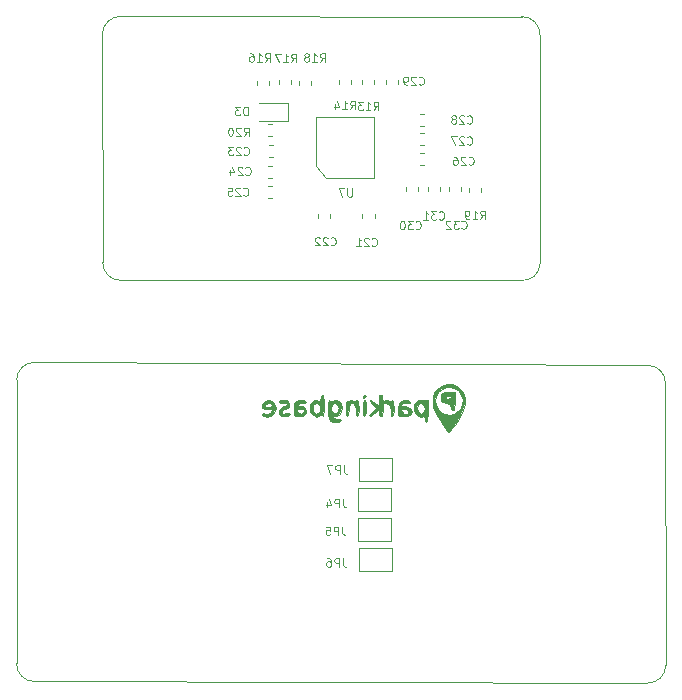
<source format=gbr>
%TF.GenerationSoftware,KiCad,Pcbnew,5.1.5+dfsg1-2build2*%
%TF.CreationDate,2021-04-08T10:41:37-07:00*%
%TF.ProjectId,spl_prototype,73706c5f-7072-46f7-946f-747970652e6b,rev?*%
%TF.SameCoordinates,Original*%
%TF.FileFunction,Legend,Bot*%
%TF.FilePolarity,Positive*%
%FSLAX46Y46*%
G04 Gerber Fmt 4.6, Leading zero omitted, Abs format (unit mm)*
G04 Created by KiCad (PCBNEW 5.1.5+dfsg1-2build2) date 2021-04-08 10:41:37*
%MOMM*%
%LPD*%
G04 APERTURE LIST*
%TA.AperFunction,Profile*%
%ADD10C,0.050000*%
%TD*%
%ADD11C,0.010000*%
%ADD12C,0.120000*%
%ADD13C,0.100000*%
G04 APERTURE END LIST*
D10*
X97000000Y-44759201D02*
X96960034Y-25501071D01*
X132420000Y-46300000D02*
X98500649Y-46300000D01*
X134030000Y-25590649D02*
X134027699Y-44839584D01*
X98560000Y-23940799D02*
X132469351Y-23960000D01*
X132468914Y-23957945D02*
G75*
G02X134030000Y-25590649I11087J-1552056D01*
G01*
X134027699Y-44839584D02*
G75*
G02X132420000Y-46300000I-1457700J-10417D01*
G01*
X98500649Y-46300000D02*
G75*
G02X97000000Y-44759201I-10650J1490800D01*
G01*
X96960034Y-25501071D02*
G75*
G02X98560000Y-23940799I1549967J11072D01*
G01*
X89700000Y-78720000D02*
X89709201Y-54740649D01*
X143120000Y-80390000D02*
X91200649Y-80260799D01*
X144640000Y-55030000D02*
X144660799Y-78889351D01*
X91250000Y-53240000D02*
X143140000Y-53490000D01*
X144660799Y-78889351D02*
G75*
G02X143120000Y-80390000I-1490800J-10650D01*
G01*
X91200649Y-80260799D02*
G75*
G02X89700000Y-78720000I-10650J1490800D01*
G01*
X143139351Y-53489201D02*
G75*
G02X144640000Y-55030000I10650J-1490800D01*
G01*
X89709201Y-54740649D02*
G75*
G02X91250000Y-53240000I1490800J10650D01*
G01*
D11*
%TO.C,G\002A\002A\002A*%
G36*
X125959707Y-55764897D02*
G01*
X125728477Y-55877568D01*
X125618779Y-56079982D01*
X125604000Y-56233680D01*
X125654961Y-56471875D01*
X125823125Y-56625917D01*
X126131411Y-56716294D01*
X126146778Y-56718842D01*
X126350940Y-56769568D01*
X126435574Y-56862582D01*
X126450666Y-57011078D01*
X126480044Y-57191987D01*
X126587604Y-57252625D01*
X126620000Y-57254000D01*
X126700452Y-57241267D01*
X126750444Y-57181584D01*
X126777137Y-57042720D01*
X126787693Y-56792447D01*
X126789333Y-56492000D01*
X126789333Y-56190043D01*
X126450666Y-56190043D01*
X126384959Y-56292174D01*
X126189611Y-56322667D01*
X126000284Y-56294020D01*
X125963307Y-56216833D01*
X126059170Y-56122102D01*
X126219899Y-56081774D01*
X126374028Y-56099778D01*
X126450091Y-56180041D01*
X126450666Y-56190043D01*
X126789333Y-56190043D01*
X126789333Y-55730000D01*
X126329714Y-55730000D01*
X125959707Y-55764897D01*
G37*
X125959707Y-55764897D02*
X125728477Y-55877568D01*
X125618779Y-56079982D01*
X125604000Y-56233680D01*
X125654961Y-56471875D01*
X125823125Y-56625917D01*
X126131411Y-56716294D01*
X126146778Y-56718842D01*
X126350940Y-56769568D01*
X126435574Y-56862582D01*
X126450666Y-57011078D01*
X126480044Y-57191987D01*
X126587604Y-57252625D01*
X126620000Y-57254000D01*
X126700452Y-57241267D01*
X126750444Y-57181584D01*
X126777137Y-57042720D01*
X126787693Y-56792447D01*
X126789333Y-56492000D01*
X126789333Y-56190043D01*
X126450666Y-56190043D01*
X126384959Y-56292174D01*
X126189611Y-56322667D01*
X126000284Y-56294020D01*
X125963307Y-56216833D01*
X126059170Y-56122102D01*
X126219899Y-56081774D01*
X126374028Y-56099778D01*
X126450091Y-56180041D01*
X126450666Y-56190043D01*
X126789333Y-56190043D01*
X126789333Y-55730000D01*
X126329714Y-55730000D01*
X125959707Y-55764897D01*
G36*
X119014751Y-56051773D02*
G01*
X119000000Y-56111000D01*
X119067773Y-56223248D01*
X119127000Y-56238000D01*
X119239248Y-56170227D01*
X119254000Y-56111000D01*
X119186227Y-55998751D01*
X119127000Y-55984000D01*
X119014751Y-56051773D01*
G37*
X119014751Y-56051773D02*
X119000000Y-56111000D01*
X119067773Y-56223248D01*
X119127000Y-56238000D01*
X119239248Y-56170227D01*
X119254000Y-56111000D01*
X119186227Y-55998751D01*
X119127000Y-55984000D01*
X119014751Y-56051773D01*
G36*
X118440895Y-56442465D02*
G01*
X118416799Y-56476683D01*
X118307783Y-56520698D01*
X118235765Y-56488827D01*
X117981509Y-56412726D01*
X117744006Y-56496530D01*
X117693714Y-56540381D01*
X117618060Y-56690423D01*
X117570768Y-56928040D01*
X117552251Y-57203561D01*
X117562917Y-57467320D01*
X117603177Y-57669648D01*
X117673441Y-57760876D01*
X117683626Y-57762000D01*
X117757898Y-57713779D01*
X117804555Y-57551248D01*
X117831116Y-57247602D01*
X117831793Y-57233683D01*
X117854063Y-56936124D01*
X117893863Y-56768586D01*
X117964450Y-56691815D01*
X118020737Y-56674143D01*
X118207814Y-56712176D01*
X118338026Y-56896505D01*
X118402179Y-57210947D01*
X118407333Y-57354849D01*
X118421966Y-57615357D01*
X118472314Y-57739556D01*
X118534333Y-57762000D01*
X118601549Y-57728562D01*
X118640894Y-57607790D01*
X118658553Y-57368997D01*
X118661333Y-57131997D01*
X118644572Y-56768084D01*
X118598266Y-56521196D01*
X118528385Y-56407325D01*
X118440895Y-56442465D01*
G37*
X118440895Y-56442465D02*
X118416799Y-56476683D01*
X118307783Y-56520698D01*
X118235765Y-56488827D01*
X117981509Y-56412726D01*
X117744006Y-56496530D01*
X117693714Y-56540381D01*
X117618060Y-56690423D01*
X117570768Y-56928040D01*
X117552251Y-57203561D01*
X117562917Y-57467320D01*
X117603177Y-57669648D01*
X117673441Y-57760876D01*
X117683626Y-57762000D01*
X117757898Y-57713779D01*
X117804555Y-57551248D01*
X117831116Y-57247602D01*
X117831793Y-57233683D01*
X117854063Y-56936124D01*
X117893863Y-56768586D01*
X117964450Y-56691815D01*
X118020737Y-56674143D01*
X118207814Y-56712176D01*
X118338026Y-56896505D01*
X118402179Y-57210947D01*
X118407333Y-57354849D01*
X118421966Y-57615357D01*
X118472314Y-57739556D01*
X118534333Y-57762000D01*
X118601549Y-57728562D01*
X118640894Y-57607790D01*
X118658553Y-57368997D01*
X118661333Y-57131997D01*
X118644572Y-56768084D01*
X118598266Y-56521196D01*
X118528385Y-56407325D01*
X118440895Y-56442465D01*
G36*
X119082480Y-56536248D02*
G01*
X119037328Y-56805894D01*
X119017605Y-57112628D01*
X119010268Y-57447674D01*
X119023275Y-57646158D01*
X119061858Y-57740175D01*
X119123438Y-57762000D01*
X119189796Y-57732796D01*
X119229763Y-57624688D01*
X119249202Y-57406935D01*
X119254000Y-57077611D01*
X119246793Y-56721135D01*
X119222853Y-56512111D01*
X119178697Y-56429173D01*
X119148166Y-56428239D01*
X119082480Y-56536248D01*
G37*
X119082480Y-56536248D02*
X119037328Y-56805894D01*
X119017605Y-57112628D01*
X119010268Y-57447674D01*
X119023275Y-57646158D01*
X119061858Y-57740175D01*
X119123438Y-57762000D01*
X119189796Y-57732796D01*
X119229763Y-57624688D01*
X119249202Y-57406935D01*
X119254000Y-57077611D01*
X119246793Y-56721135D01*
X119222853Y-56512111D01*
X119178697Y-56429173D01*
X119148166Y-56428239D01*
X119082480Y-56536248D01*
G36*
X120426468Y-56004039D02*
G01*
X120375471Y-56090818D01*
X120356588Y-56284332D01*
X120354666Y-56453656D01*
X120354666Y-56923313D01*
X120022452Y-56656338D01*
X119783561Y-56492295D01*
X119636315Y-56441465D01*
X119597323Y-56492730D01*
X119683191Y-56634973D01*
X119829499Y-56785501D01*
X120143000Y-57073951D01*
X119808317Y-57417975D01*
X119627848Y-57613869D01*
X119562070Y-57720061D01*
X119599356Y-57759624D01*
X119634953Y-57762000D01*
X119791033Y-57705820D01*
X119994161Y-57564383D01*
X120075469Y-57491391D01*
X120354666Y-57220782D01*
X120354666Y-57491391D01*
X120377793Y-57684638D01*
X120465668Y-57756982D01*
X120524000Y-57762000D01*
X120599542Y-57750853D01*
X120648535Y-57697455D01*
X120676683Y-57571866D01*
X120689686Y-57344151D01*
X120693249Y-56984369D01*
X120693333Y-56873000D01*
X120691210Y-56476405D01*
X120681039Y-56219190D01*
X120657117Y-56071416D01*
X120613743Y-56003145D01*
X120545213Y-55984440D01*
X120524000Y-55984000D01*
X120426468Y-56004039D01*
G37*
X120426468Y-56004039D02*
X120375471Y-56090818D01*
X120356588Y-56284332D01*
X120354666Y-56453656D01*
X120354666Y-56923313D01*
X120022452Y-56656338D01*
X119783561Y-56492295D01*
X119636315Y-56441465D01*
X119597323Y-56492730D01*
X119683191Y-56634973D01*
X119829499Y-56785501D01*
X120143000Y-57073951D01*
X119808317Y-57417975D01*
X119627848Y-57613869D01*
X119562070Y-57720061D01*
X119599356Y-57759624D01*
X119634953Y-57762000D01*
X119791033Y-57705820D01*
X119994161Y-57564383D01*
X120075469Y-57491391D01*
X120354666Y-57220782D01*
X120354666Y-57491391D01*
X120377793Y-57684638D01*
X120465668Y-57756982D01*
X120524000Y-57762000D01*
X120599542Y-57750853D01*
X120648535Y-57697455D01*
X120676683Y-57571866D01*
X120689686Y-57344151D01*
X120693249Y-56984369D01*
X120693333Y-56873000D01*
X120691210Y-56476405D01*
X120681039Y-56219190D01*
X120657117Y-56071416D01*
X120613743Y-56003145D01*
X120545213Y-55984440D01*
X120524000Y-55984000D01*
X120426468Y-56004039D01*
G36*
X121420044Y-56480827D02*
G01*
X121414925Y-56488885D01*
X121307073Y-56522151D01*
X121208623Y-56476904D01*
X121030851Y-56424583D01*
X120864187Y-56456537D01*
X120779335Y-56556821D01*
X120778000Y-56574009D01*
X120850347Y-56639985D01*
X120986688Y-56661333D01*
X121190885Y-56725527D01*
X121316521Y-56924274D01*
X121368570Y-57266823D01*
X121370666Y-57375434D01*
X121386827Y-57628570D01*
X121441927Y-57745092D01*
X121497666Y-57762000D01*
X121564883Y-57728562D01*
X121604227Y-57607790D01*
X121621886Y-57368997D01*
X121624666Y-57131997D01*
X121609836Y-56761002D01*
X121568066Y-56520462D01*
X121503441Y-56422896D01*
X121420044Y-56480827D01*
G37*
X121420044Y-56480827D02*
X121414925Y-56488885D01*
X121307073Y-56522151D01*
X121208623Y-56476904D01*
X121030851Y-56424583D01*
X120864187Y-56456537D01*
X120779335Y-56556821D01*
X120778000Y-56574009D01*
X120850347Y-56639985D01*
X120986688Y-56661333D01*
X121190885Y-56725527D01*
X121316521Y-56924274D01*
X121368570Y-57266823D01*
X121370666Y-57375434D01*
X121386827Y-57628570D01*
X121441927Y-57745092D01*
X121497666Y-57762000D01*
X121564883Y-57728562D01*
X121604227Y-57607790D01*
X121621886Y-57368997D01*
X121624666Y-57131997D01*
X121609836Y-56761002D01*
X121568066Y-56520462D01*
X121503441Y-56422896D01*
X121420044Y-56480827D01*
G36*
X110748306Y-56482365D02*
G01*
X110545958Y-56671310D01*
X110450413Y-56919937D01*
X110448666Y-56957667D01*
X110460754Y-57078892D01*
X110524643Y-57142014D01*
X110681770Y-57165865D01*
X110914333Y-57169333D01*
X111203702Y-57179623D01*
X111344565Y-57221696D01*
X111357089Y-57312361D01*
X111265887Y-57462361D01*
X111149886Y-57562324D01*
X110969817Y-57587266D01*
X110800220Y-57571266D01*
X110560587Y-57561923D01*
X110457333Y-57604412D01*
X110501985Y-57682197D01*
X110665845Y-57764095D01*
X110915412Y-57835445D01*
X111110050Y-57814822D01*
X111253000Y-57748899D01*
X111510938Y-57537334D01*
X111624620Y-57249152D01*
X111634000Y-57106969D01*
X111579876Y-56881908D01*
X111369676Y-56881908D01*
X111323518Y-56963889D01*
X111116835Y-56998453D01*
X111035125Y-57000000D01*
X110813935Y-56987081D01*
X110722700Y-56936406D01*
X110718490Y-56851833D01*
X110815743Y-56725516D01*
X110998585Y-56673629D01*
X111194534Y-56709878D01*
X111257660Y-56749867D01*
X111369676Y-56881908D01*
X111579876Y-56881908D01*
X111564975Y-56819950D01*
X111387267Y-56578246D01*
X111144920Y-56430684D01*
X111002848Y-56407333D01*
X110748306Y-56482365D01*
G37*
X110748306Y-56482365D02*
X110545958Y-56671310D01*
X110450413Y-56919937D01*
X110448666Y-56957667D01*
X110460754Y-57078892D01*
X110524643Y-57142014D01*
X110681770Y-57165865D01*
X110914333Y-57169333D01*
X111203702Y-57179623D01*
X111344565Y-57221696D01*
X111357089Y-57312361D01*
X111265887Y-57462361D01*
X111149886Y-57562324D01*
X110969817Y-57587266D01*
X110800220Y-57571266D01*
X110560587Y-57561923D01*
X110457333Y-57604412D01*
X110501985Y-57682197D01*
X110665845Y-57764095D01*
X110915412Y-57835445D01*
X111110050Y-57814822D01*
X111253000Y-57748899D01*
X111510938Y-57537334D01*
X111624620Y-57249152D01*
X111634000Y-57106969D01*
X111579876Y-56881908D01*
X111369676Y-56881908D01*
X111323518Y-56963889D01*
X111116835Y-56998453D01*
X111035125Y-57000000D01*
X110813935Y-56987081D01*
X110722700Y-56936406D01*
X110718490Y-56851833D01*
X110815743Y-56725516D01*
X110998585Y-56673629D01*
X111194534Y-56709878D01*
X111257660Y-56749867D01*
X111369676Y-56881908D01*
X111579876Y-56881908D01*
X111564975Y-56819950D01*
X111387267Y-56578246D01*
X111144920Y-56430684D01*
X111002848Y-56407333D01*
X110748306Y-56482365D01*
G36*
X112111556Y-56439117D02*
G01*
X111928271Y-56513320D01*
X111902563Y-56588778D01*
X112024119Y-56644678D01*
X112221670Y-56661333D01*
X112498898Y-56686474D01*
X112616895Y-56753922D01*
X112576835Y-56851721D01*
X112379888Y-56967910D01*
X112184333Y-57042333D01*
X111990363Y-57148728D01*
X111911799Y-57332238D01*
X111904959Y-57386659D01*
X111917135Y-57591516D01*
X112033016Y-57712882D01*
X112099443Y-57746492D01*
X112319282Y-57824160D01*
X112523305Y-57821645D01*
X112671166Y-57788304D01*
X112796959Y-57702080D01*
X112819333Y-57636848D01*
X112768512Y-57566667D01*
X112597115Y-57556817D01*
X112480666Y-57569538D01*
X112263275Y-57588452D01*
X112165705Y-57555112D01*
X112142071Y-57452131D01*
X112142000Y-57441208D01*
X112202958Y-57292709D01*
X112390150Y-57212951D01*
X112668989Y-57095058D01*
X112799738Y-56897810D01*
X112804666Y-56731197D01*
X112702316Y-56551904D01*
X112488264Y-56441297D01*
X112213423Y-56420831D01*
X112111556Y-56439117D01*
G37*
X112111556Y-56439117D02*
X111928271Y-56513320D01*
X111902563Y-56588778D01*
X112024119Y-56644678D01*
X112221670Y-56661333D01*
X112498898Y-56686474D01*
X112616895Y-56753922D01*
X112576835Y-56851721D01*
X112379888Y-56967910D01*
X112184333Y-57042333D01*
X111990363Y-57148728D01*
X111911799Y-57332238D01*
X111904959Y-57386659D01*
X111917135Y-57591516D01*
X112033016Y-57712882D01*
X112099443Y-57746492D01*
X112319282Y-57824160D01*
X112523305Y-57821645D01*
X112671166Y-57788304D01*
X112796959Y-57702080D01*
X112819333Y-57636848D01*
X112768512Y-57566667D01*
X112597115Y-57556817D01*
X112480666Y-57569538D01*
X112263275Y-57588452D01*
X112165705Y-57555112D01*
X112142071Y-57452131D01*
X112142000Y-57441208D01*
X112202958Y-57292709D01*
X112390150Y-57212951D01*
X112668989Y-57095058D01*
X112799738Y-56897810D01*
X112804666Y-56731197D01*
X112702316Y-56551904D01*
X112488264Y-56441297D01*
X112213423Y-56420831D01*
X112111556Y-56439117D01*
G36*
X113387586Y-56502914D02*
G01*
X113231977Y-56725166D01*
X113162897Y-57089548D01*
X113158000Y-57253051D01*
X113162895Y-57534157D01*
X113187467Y-57684400D01*
X113246545Y-57742183D01*
X113348500Y-57746387D01*
X113586934Y-57760862D01*
X113710930Y-57789480D01*
X113927405Y-57784042D01*
X114070763Y-57714677D01*
X114228126Y-57527828D01*
X114245440Y-57324555D01*
X114004666Y-57324555D01*
X113977025Y-57485543D01*
X113948222Y-57536222D01*
X113792329Y-57590932D01*
X113600168Y-57550554D01*
X113513600Y-57491067D01*
X113411457Y-57328691D01*
X113466330Y-57217214D01*
X113670103Y-57170043D01*
X113708333Y-57169333D01*
X113915341Y-57190079D01*
X113997506Y-57266625D01*
X114004666Y-57324555D01*
X114245440Y-57324555D01*
X114245956Y-57318499D01*
X114143641Y-57122676D01*
X113940570Y-56976343D01*
X113656129Y-56915487D01*
X113640105Y-56915333D01*
X113463843Y-56884929D01*
X113433898Y-56809500D01*
X113537654Y-56739540D01*
X113758429Y-56705103D01*
X113822063Y-56703667D01*
X114056357Y-56676721D01*
X114167686Y-56611084D01*
X114140902Y-56529551D01*
X113983500Y-56460697D01*
X113636001Y-56416766D01*
X113387586Y-56502914D01*
G37*
X113387586Y-56502914D02*
X113231977Y-56725166D01*
X113162897Y-57089548D01*
X113158000Y-57253051D01*
X113162895Y-57534157D01*
X113187467Y-57684400D01*
X113246545Y-57742183D01*
X113348500Y-57746387D01*
X113586934Y-57760862D01*
X113710930Y-57789480D01*
X113927405Y-57784042D01*
X114070763Y-57714677D01*
X114228126Y-57527828D01*
X114245440Y-57324555D01*
X114004666Y-57324555D01*
X113977025Y-57485543D01*
X113948222Y-57536222D01*
X113792329Y-57590932D01*
X113600168Y-57550554D01*
X113513600Y-57491067D01*
X113411457Y-57328691D01*
X113466330Y-57217214D01*
X113670103Y-57170043D01*
X113708333Y-57169333D01*
X113915341Y-57190079D01*
X113997506Y-57266625D01*
X114004666Y-57324555D01*
X114245440Y-57324555D01*
X114245956Y-57318499D01*
X114143641Y-57122676D01*
X113940570Y-56976343D01*
X113656129Y-56915487D01*
X113640105Y-56915333D01*
X113463843Y-56884929D01*
X113433898Y-56809500D01*
X113537654Y-56739540D01*
X113758429Y-56705103D01*
X113822063Y-56703667D01*
X114056357Y-56676721D01*
X114167686Y-56611084D01*
X114140902Y-56529551D01*
X113983500Y-56460697D01*
X113636001Y-56416766D01*
X113387586Y-56502914D01*
G36*
X115477504Y-56047578D02*
G01*
X115444319Y-56251153D01*
X115444000Y-56283312D01*
X115434107Y-56476731D01*
X115386883Y-56535191D01*
X115280233Y-56494979D01*
X115079243Y-56417652D01*
X114914579Y-56452878D01*
X114720968Y-56614668D01*
X114720485Y-56615151D01*
X114546914Y-56889802D01*
X114512666Y-57127000D01*
X114581759Y-57450020D01*
X114720485Y-57638848D01*
X114936450Y-57807592D01*
X115124961Y-57832794D01*
X115262872Y-57771081D01*
X115438013Y-57728883D01*
X115538039Y-57739919D01*
X115608994Y-57747137D01*
X115655191Y-57705478D01*
X115681897Y-57586720D01*
X115694378Y-57362646D01*
X115696081Y-57189749D01*
X115427602Y-57189749D01*
X115362175Y-57405529D01*
X115227645Y-57549416D01*
X115054045Y-57589577D01*
X114871408Y-57494178D01*
X114868266Y-57491067D01*
X114786943Y-57314422D01*
X114772408Y-57071688D01*
X114822239Y-56847090D01*
X114889599Y-56749375D01*
X115087997Y-56671701D01*
X115272648Y-56744995D01*
X115393895Y-56933911D01*
X115427602Y-57189749D01*
X115696081Y-57189749D01*
X115697901Y-57005037D01*
X115698000Y-56882875D01*
X115694171Y-56474343D01*
X115680122Y-56207806D01*
X115652008Y-56056048D01*
X115605981Y-55991850D01*
X115571000Y-55984000D01*
X115477504Y-56047578D01*
G37*
X115477504Y-56047578D02*
X115444319Y-56251153D01*
X115444000Y-56283312D01*
X115434107Y-56476731D01*
X115386883Y-56535191D01*
X115280233Y-56494979D01*
X115079243Y-56417652D01*
X114914579Y-56452878D01*
X114720968Y-56614668D01*
X114720485Y-56615151D01*
X114546914Y-56889802D01*
X114512666Y-57127000D01*
X114581759Y-57450020D01*
X114720485Y-57638848D01*
X114936450Y-57807592D01*
X115124961Y-57832794D01*
X115262872Y-57771081D01*
X115438013Y-57728883D01*
X115538039Y-57739919D01*
X115608994Y-57747137D01*
X115655191Y-57705478D01*
X115681897Y-57586720D01*
X115694378Y-57362646D01*
X115696081Y-57189749D01*
X115427602Y-57189749D01*
X115362175Y-57405529D01*
X115227645Y-57549416D01*
X115054045Y-57589577D01*
X114871408Y-57494178D01*
X114868266Y-57491067D01*
X114786943Y-57314422D01*
X114772408Y-57071688D01*
X114822239Y-56847090D01*
X114889599Y-56749375D01*
X115087997Y-56671701D01*
X115272648Y-56744995D01*
X115393895Y-56933911D01*
X115427602Y-57189749D01*
X115696081Y-57189749D01*
X115697901Y-57005037D01*
X115698000Y-56882875D01*
X115694171Y-56474343D01*
X115680122Y-56207806D01*
X115652008Y-56056048D01*
X115605981Y-55991850D01*
X115571000Y-55984000D01*
X115477504Y-56047578D01*
G36*
X122225569Y-56510469D02*
G01*
X122056546Y-56754000D01*
X121972141Y-57134232D01*
X121963333Y-57341702D01*
X121971117Y-57591665D01*
X122007510Y-57715121D01*
X122092078Y-57754657D01*
X122153833Y-57756364D01*
X122387616Y-57774349D01*
X122568880Y-57807932D01*
X122792601Y-57808105D01*
X122971047Y-57685619D01*
X123100262Y-57516319D01*
X123148666Y-57381000D01*
X123133862Y-57342094D01*
X122851117Y-57342094D01*
X122830803Y-57486833D01*
X122721371Y-57576436D01*
X122542725Y-57579486D01*
X122422824Y-57527870D01*
X122316469Y-57399233D01*
X122277315Y-57317500D01*
X122268382Y-57216434D01*
X122367823Y-57175078D01*
X122509268Y-57169333D01*
X122751237Y-57213456D01*
X122851117Y-57342094D01*
X123133862Y-57342094D01*
X123072345Y-57180424D01*
X122876758Y-57016006D01*
X122611975Y-56923875D01*
X122503300Y-56915333D01*
X122309102Y-56906723D01*
X122254865Y-56867338D01*
X122309287Y-56779553D01*
X122457963Y-56687669D01*
X122705425Y-56682269D01*
X122747562Y-56687443D01*
X122971404Y-56688452D01*
X123044393Y-56629084D01*
X122961247Y-56535460D01*
X122793805Y-56458670D01*
X122473293Y-56409930D01*
X122225569Y-56510469D01*
G37*
X122225569Y-56510469D02*
X122056546Y-56754000D01*
X121972141Y-57134232D01*
X121963333Y-57341702D01*
X121971117Y-57591665D01*
X122007510Y-57715121D01*
X122092078Y-57754657D01*
X122153833Y-57756364D01*
X122387616Y-57774349D01*
X122568880Y-57807932D01*
X122792601Y-57808105D01*
X122971047Y-57685619D01*
X123100262Y-57516319D01*
X123148666Y-57381000D01*
X123133862Y-57342094D01*
X122851117Y-57342094D01*
X122830803Y-57486833D01*
X122721371Y-57576436D01*
X122542725Y-57579486D01*
X122422824Y-57527870D01*
X122316469Y-57399233D01*
X122277315Y-57317500D01*
X122268382Y-57216434D01*
X122367823Y-57175078D01*
X122509268Y-57169333D01*
X122751237Y-57213456D01*
X122851117Y-57342094D01*
X123133862Y-57342094D01*
X123072345Y-57180424D01*
X122876758Y-57016006D01*
X122611975Y-56923875D01*
X122503300Y-56915333D01*
X122309102Y-56906723D01*
X122254865Y-56867338D01*
X122309287Y-56779553D01*
X122457963Y-56687669D01*
X122705425Y-56682269D01*
X122747562Y-56687443D01*
X122971404Y-56688452D01*
X123044393Y-56629084D01*
X122961247Y-56535460D01*
X122793805Y-56458670D01*
X122473293Y-56409930D01*
X122225569Y-56510469D01*
G36*
X116115406Y-56479212D02*
G01*
X116062682Y-56694646D01*
X116037840Y-57031874D01*
X116036666Y-57137563D01*
X116062290Y-57622067D01*
X116142112Y-57961129D01*
X116280554Y-58171158D01*
X116324508Y-58205203D01*
X116471947Y-58248662D01*
X116695940Y-58266713D01*
X116920065Y-58258514D01*
X117067902Y-58223221D01*
X117080889Y-58213555D01*
X117135631Y-58100678D01*
X117028613Y-58034659D01*
X116801645Y-58016000D01*
X116542182Y-57986110D01*
X116398387Y-57884882D01*
X116378312Y-57852233D01*
X116301574Y-57676031D01*
X116307605Y-57605576D01*
X116392266Y-57660400D01*
X116586938Y-57750661D01*
X116832742Y-57741555D01*
X117048468Y-57639350D01*
X117081878Y-57607166D01*
X117194073Y-57375776D01*
X117216356Y-57139726D01*
X116968000Y-57139726D01*
X116910242Y-57378497D01*
X116768746Y-57512866D01*
X116591181Y-57533355D01*
X116425214Y-57430487D01*
X116336578Y-57265273D01*
X116325658Y-57051286D01*
X116396338Y-56838758D01*
X116519633Y-56691645D01*
X116610304Y-56661333D01*
X116825500Y-56731981D01*
X116945112Y-56937137D01*
X116968000Y-57139726D01*
X117216356Y-57139726D01*
X117222557Y-57074039D01*
X117169472Y-56777566D01*
X117052666Y-56576667D01*
X116809172Y-56426640D01*
X116553842Y-56442198D01*
X116462234Y-56488827D01*
X116324412Y-56516284D01*
X116281200Y-56476683D01*
X116190186Y-56401311D01*
X116115406Y-56479212D01*
G37*
X116115406Y-56479212D02*
X116062682Y-56694646D01*
X116037840Y-57031874D01*
X116036666Y-57137563D01*
X116062290Y-57622067D01*
X116142112Y-57961129D01*
X116280554Y-58171158D01*
X116324508Y-58205203D01*
X116471947Y-58248662D01*
X116695940Y-58266713D01*
X116920065Y-58258514D01*
X117067902Y-58223221D01*
X117080889Y-58213555D01*
X117135631Y-58100678D01*
X117028613Y-58034659D01*
X116801645Y-58016000D01*
X116542182Y-57986110D01*
X116398387Y-57884882D01*
X116378312Y-57852233D01*
X116301574Y-57676031D01*
X116307605Y-57605576D01*
X116392266Y-57660400D01*
X116586938Y-57750661D01*
X116832742Y-57741555D01*
X117048468Y-57639350D01*
X117081878Y-57607166D01*
X117194073Y-57375776D01*
X117216356Y-57139726D01*
X116968000Y-57139726D01*
X116910242Y-57378497D01*
X116768746Y-57512866D01*
X116591181Y-57533355D01*
X116425214Y-57430487D01*
X116336578Y-57265273D01*
X116325658Y-57051286D01*
X116396338Y-56838758D01*
X116519633Y-56691645D01*
X116610304Y-56661333D01*
X116825500Y-56731981D01*
X116945112Y-56937137D01*
X116968000Y-57139726D01*
X117216356Y-57139726D01*
X117222557Y-57074039D01*
X117169472Y-56777566D01*
X117052666Y-56576667D01*
X116809172Y-56426640D01*
X116553842Y-56442198D01*
X116462234Y-56488827D01*
X116324412Y-56516284D01*
X116281200Y-56476683D01*
X116190186Y-56401311D01*
X116115406Y-56479212D01*
G36*
X123813665Y-56434063D02*
G01*
X123645859Y-56484109D01*
X123514509Y-56604405D01*
X123490753Y-56633882D01*
X123367990Y-56848011D01*
X123318000Y-57048239D01*
X123370990Y-57367944D01*
X123510221Y-57624113D01*
X123706082Y-57788633D01*
X123928964Y-57833386D01*
X124086273Y-57777731D01*
X124194637Y-57726455D01*
X124240067Y-57779792D01*
X124249333Y-57969793D01*
X124249333Y-57972949D01*
X124276736Y-58192406D01*
X124364261Y-58269415D01*
X124376333Y-58270000D01*
X124433744Y-58243082D01*
X124471319Y-58144273D01*
X124492838Y-57946487D01*
X124502079Y-57622639D01*
X124503302Y-57359833D01*
X124503296Y-57155607D01*
X124246005Y-57155607D01*
X124209246Y-57385489D01*
X124147733Y-57491067D01*
X123956170Y-57589747D01*
X123771599Y-57536682D01*
X123651790Y-57368175D01*
X123606428Y-57105893D01*
X123657919Y-56880042D01*
X123780478Y-56724241D01*
X123948319Y-56672109D01*
X124126400Y-56749375D01*
X124217583Y-56915494D01*
X124246005Y-57155607D01*
X124503296Y-57155607D01*
X124503271Y-56449667D01*
X124083389Y-56431964D01*
X123813665Y-56434063D01*
G37*
X123813665Y-56434063D02*
X123645859Y-56484109D01*
X123514509Y-56604405D01*
X123490753Y-56633882D01*
X123367990Y-56848011D01*
X123318000Y-57048239D01*
X123370990Y-57367944D01*
X123510221Y-57624113D01*
X123706082Y-57788633D01*
X123928964Y-57833386D01*
X124086273Y-57777731D01*
X124194637Y-57726455D01*
X124240067Y-57779792D01*
X124249333Y-57969793D01*
X124249333Y-57972949D01*
X124276736Y-58192406D01*
X124364261Y-58269415D01*
X124376333Y-58270000D01*
X124433744Y-58243082D01*
X124471319Y-58144273D01*
X124492838Y-57946487D01*
X124502079Y-57622639D01*
X124503302Y-57359833D01*
X124503296Y-57155607D01*
X124246005Y-57155607D01*
X124209246Y-57385489D01*
X124147733Y-57491067D01*
X123956170Y-57589747D01*
X123771599Y-57536682D01*
X123651790Y-57368175D01*
X123606428Y-57105893D01*
X123657919Y-56880042D01*
X123780478Y-56724241D01*
X123948319Y-56672109D01*
X124126400Y-56749375D01*
X124217583Y-56915494D01*
X124246005Y-57155607D01*
X124503296Y-57155607D01*
X124503271Y-56449667D01*
X124083389Y-56431964D01*
X123813665Y-56434063D01*
G36*
X125686407Y-55225764D02*
G01*
X125316759Y-55493897D01*
X125140761Y-55708239D01*
X124975162Y-56090132D01*
X124924666Y-56546181D01*
X124990684Y-57025054D01*
X125096342Y-57323356D01*
X125222521Y-57570781D01*
X125397828Y-57874996D01*
X125600886Y-58203535D01*
X125810317Y-58523933D01*
X126004743Y-58803728D01*
X126162787Y-59010454D01*
X126263070Y-59111647D01*
X126277229Y-59116667D01*
X126360789Y-59051902D01*
X126512646Y-58878728D01*
X126705968Y-58628821D01*
X126797169Y-58502833D01*
X127225256Y-57849199D01*
X127517193Y-57280550D01*
X127675283Y-56784383D01*
X127695900Y-56445654D01*
X127465839Y-56445654D01*
X127429898Y-56857414D01*
X127344981Y-57074390D01*
X127095001Y-57387453D01*
X126750801Y-57590655D01*
X126356171Y-57672252D01*
X125954903Y-57620497D01*
X125714433Y-57511725D01*
X125380976Y-57230046D01*
X125196197Y-56873939D01*
X125148102Y-56496781D01*
X125219939Y-56085695D01*
X125414877Y-55741806D01*
X125702054Y-55485466D01*
X126050611Y-55337025D01*
X126429688Y-55316836D01*
X126772371Y-55425622D01*
X127123998Y-55692103D01*
X127359513Y-56044665D01*
X127465839Y-56445654D01*
X127695900Y-56445654D01*
X127701833Y-56348197D01*
X127599148Y-55959491D01*
X127369532Y-55605761D01*
X127337975Y-55569943D01*
X126963725Y-55267326D01*
X126542184Y-55110446D01*
X126105647Y-55097269D01*
X125686407Y-55225764D01*
G37*
X125686407Y-55225764D02*
X125316759Y-55493897D01*
X125140761Y-55708239D01*
X124975162Y-56090132D01*
X124924666Y-56546181D01*
X124990684Y-57025054D01*
X125096342Y-57323356D01*
X125222521Y-57570781D01*
X125397828Y-57874996D01*
X125600886Y-58203535D01*
X125810317Y-58523933D01*
X126004743Y-58803728D01*
X126162787Y-59010454D01*
X126263070Y-59111647D01*
X126277229Y-59116667D01*
X126360789Y-59051902D01*
X126512646Y-58878728D01*
X126705968Y-58628821D01*
X126797169Y-58502833D01*
X127225256Y-57849199D01*
X127517193Y-57280550D01*
X127675283Y-56784383D01*
X127695900Y-56445654D01*
X127465839Y-56445654D01*
X127429898Y-56857414D01*
X127344981Y-57074390D01*
X127095001Y-57387453D01*
X126750801Y-57590655D01*
X126356171Y-57672252D01*
X125954903Y-57620497D01*
X125714433Y-57511725D01*
X125380976Y-57230046D01*
X125196197Y-56873939D01*
X125148102Y-56496781D01*
X125219939Y-56085695D01*
X125414877Y-55741806D01*
X125702054Y-55485466D01*
X126050611Y-55337025D01*
X126429688Y-55316836D01*
X126772371Y-55425622D01*
X127123998Y-55692103D01*
X127359513Y-56044665D01*
X127465839Y-56445654D01*
X127695900Y-56445654D01*
X127701833Y-56348197D01*
X127599148Y-55959491D01*
X127369532Y-55605761D01*
X127337975Y-55569943D01*
X126963725Y-55267326D01*
X126542184Y-55110446D01*
X126105647Y-55097269D01*
X125686407Y-55225764D01*
D12*
%TO.C,JP4*%
X118612000Y-63854000D02*
X118612000Y-65854000D01*
X121412000Y-63854000D02*
X118612000Y-63854000D01*
X121412000Y-65854000D02*
X121412000Y-63854000D01*
X118612000Y-65854000D02*
X121412000Y-65854000D01*
%TO.C,JP5*%
X118623001Y-66394000D02*
X118623001Y-68394000D01*
X121423001Y-66394000D02*
X118623001Y-66394000D01*
X121423001Y-68394000D02*
X121423001Y-66394000D01*
X118623001Y-68394000D02*
X121423001Y-68394000D01*
%TO.C,JP6*%
X118655001Y-68934000D02*
X118655001Y-70934000D01*
X121455001Y-68934000D02*
X118655001Y-68934000D01*
X121455001Y-70934000D02*
X121455001Y-68934000D01*
X118655001Y-70934000D02*
X121455001Y-70934000D01*
%TO.C,JP7*%
X121455001Y-63314000D02*
X121455001Y-61314000D01*
X118655001Y-63314000D02*
X121455001Y-63314000D01*
X118655001Y-61314000D02*
X118655001Y-63314000D01*
X121455001Y-61314000D02*
X118655001Y-61314000D01*
%TO.C,R20*%
X111297307Y-34107480D02*
X110954773Y-34107480D01*
X111297307Y-33087480D02*
X110954773Y-33087480D01*
%TO.C,R19*%
X127988680Y-38803507D02*
X127988680Y-38460973D01*
X129008680Y-38803507D02*
X129008680Y-38460973D01*
%TO.C,R18*%
X113638640Y-29750467D02*
X113638640Y-29407933D01*
X114658640Y-29750467D02*
X114658640Y-29407933D01*
%TO.C,R17*%
X111931760Y-29704747D02*
X111931760Y-29362213D01*
X112951760Y-29704747D02*
X112951760Y-29362213D01*
%TO.C,R16*%
X111092480Y-29407933D02*
X111092480Y-29750467D01*
X110072480Y-29407933D02*
X110072480Y-29750467D01*
%TO.C,R14*%
X117037160Y-29679347D02*
X117037160Y-29336813D01*
X118057160Y-29679347D02*
X118057160Y-29336813D01*
%TO.C,R13*%
X119977400Y-29326653D02*
X119977400Y-29669187D01*
X118957400Y-29326653D02*
X118957400Y-29669187D01*
%TO.C,D3*%
X112714920Y-32767840D02*
X110254920Y-32767840D01*
X112714920Y-31297840D02*
X112714920Y-32767840D01*
X110254920Y-31297840D02*
X112714920Y-31297840D01*
%TO.C,C32*%
X127332280Y-38420333D02*
X127332280Y-38762867D01*
X126312280Y-38420333D02*
X126312280Y-38762867D01*
%TO.C,C31*%
X125514600Y-38424933D02*
X125514600Y-38767467D01*
X124494600Y-38424933D02*
X124494600Y-38767467D01*
%TO.C,C30*%
X123680680Y-38374133D02*
X123680680Y-38716667D01*
X122660680Y-38374133D02*
X122660680Y-38716667D01*
%TO.C,C29*%
X120999560Y-29653947D02*
X120999560Y-29311413D01*
X122019560Y-29653947D02*
X122019560Y-29311413D01*
%TO.C,C28*%
X123863053Y-32178160D02*
X124205587Y-32178160D01*
X123863053Y-33198160D02*
X124205587Y-33198160D01*
%TO.C,C27*%
X123858973Y-33825040D02*
X124201507Y-33825040D01*
X123858973Y-34845040D02*
X124201507Y-34845040D01*
%TO.C,C26*%
X123858973Y-35489480D02*
X124201507Y-35489480D01*
X123858973Y-36509480D02*
X124201507Y-36509480D01*
%TO.C,C25*%
X111302387Y-39324640D02*
X110959853Y-39324640D01*
X111302387Y-38304640D02*
X110959853Y-38304640D01*
%TO.C,C24*%
X111348107Y-37607600D02*
X111005573Y-37607600D01*
X111348107Y-36587600D02*
X111005573Y-36587600D01*
%TO.C,C23*%
X111393827Y-35890560D02*
X111051293Y-35890560D01*
X111393827Y-34870560D02*
X111051293Y-34870560D01*
%TO.C,C22*%
X116260000Y-40678733D02*
X116260000Y-41021267D01*
X115240000Y-40678733D02*
X115240000Y-41021267D01*
%TO.C,C21*%
X120010000Y-40708733D02*
X120010000Y-41051267D01*
X118990000Y-40708733D02*
X118990000Y-41051267D01*
%TO.C,U7*%
X115090000Y-32470000D02*
X115090000Y-36640000D01*
X119990000Y-32470000D02*
X115090000Y-32470000D01*
X119990000Y-37670000D02*
X119990000Y-32470000D01*
X115890000Y-37670000D02*
X119990000Y-37670000D01*
X115090000Y-36640000D02*
X115890000Y-37670000D01*
%TD*%
%TO.C,JP4*%
D13*
X117353333Y-64816666D02*
X117353333Y-65316666D01*
X117386666Y-65416666D01*
X117453333Y-65483333D01*
X117553333Y-65516666D01*
X117620000Y-65516666D01*
X117020000Y-65516666D02*
X117020000Y-64816666D01*
X116753333Y-64816666D01*
X116686666Y-64850000D01*
X116653333Y-64883333D01*
X116620000Y-64950000D01*
X116620000Y-65050000D01*
X116653333Y-65116666D01*
X116686666Y-65150000D01*
X116753333Y-65183333D01*
X117020000Y-65183333D01*
X116020000Y-65050000D02*
X116020000Y-65516666D01*
X116186666Y-64783333D02*
X116353333Y-65283333D01*
X115920000Y-65283333D01*
%TO.C,JP5*%
X117273333Y-67146666D02*
X117273333Y-67646666D01*
X117306666Y-67746666D01*
X117373333Y-67813333D01*
X117473333Y-67846666D01*
X117540000Y-67846666D01*
X116940000Y-67846666D02*
X116940000Y-67146666D01*
X116673333Y-67146666D01*
X116606666Y-67180000D01*
X116573333Y-67213333D01*
X116540000Y-67280000D01*
X116540000Y-67380000D01*
X116573333Y-67446666D01*
X116606666Y-67480000D01*
X116673333Y-67513333D01*
X116940000Y-67513333D01*
X115906666Y-67146666D02*
X116240000Y-67146666D01*
X116273333Y-67480000D01*
X116240000Y-67446666D01*
X116173333Y-67413333D01*
X116006666Y-67413333D01*
X115940000Y-67446666D01*
X115906666Y-67480000D01*
X115873333Y-67546666D01*
X115873333Y-67713333D01*
X115906666Y-67780000D01*
X115940000Y-67813333D01*
X116006666Y-67846666D01*
X116173333Y-67846666D01*
X116240000Y-67813333D01*
X116273333Y-67780000D01*
%TO.C,JP6*%
X117333333Y-69826666D02*
X117333333Y-70326666D01*
X117366666Y-70426666D01*
X117433333Y-70493333D01*
X117533333Y-70526666D01*
X117600000Y-70526666D01*
X117000000Y-70526666D02*
X117000000Y-69826666D01*
X116733333Y-69826666D01*
X116666666Y-69860000D01*
X116633333Y-69893333D01*
X116600000Y-69960000D01*
X116600000Y-70060000D01*
X116633333Y-70126666D01*
X116666666Y-70160000D01*
X116733333Y-70193333D01*
X117000000Y-70193333D01*
X116000000Y-69826666D02*
X116133333Y-69826666D01*
X116200000Y-69860000D01*
X116233333Y-69893333D01*
X116300000Y-69993333D01*
X116333333Y-70126666D01*
X116333333Y-70393333D01*
X116300000Y-70460000D01*
X116266666Y-70493333D01*
X116200000Y-70526666D01*
X116066666Y-70526666D01*
X116000000Y-70493333D01*
X115966666Y-70460000D01*
X115933333Y-70393333D01*
X115933333Y-70226666D01*
X115966666Y-70160000D01*
X116000000Y-70126666D01*
X116066666Y-70093333D01*
X116200000Y-70093333D01*
X116266666Y-70126666D01*
X116300000Y-70160000D01*
X116333333Y-70226666D01*
%TO.C,JP7*%
X117393333Y-61956666D02*
X117393333Y-62456666D01*
X117426666Y-62556666D01*
X117493333Y-62623333D01*
X117593333Y-62656666D01*
X117660000Y-62656666D01*
X117060000Y-62656666D02*
X117060000Y-61956666D01*
X116793333Y-61956666D01*
X116726666Y-61990000D01*
X116693333Y-62023333D01*
X116660000Y-62090000D01*
X116660000Y-62190000D01*
X116693333Y-62256666D01*
X116726666Y-62290000D01*
X116793333Y-62323333D01*
X117060000Y-62323333D01*
X116426666Y-61956666D02*
X115960000Y-61956666D01*
X116260000Y-62656666D01*
%TO.C,R20*%
X108950000Y-34066666D02*
X109183333Y-33733333D01*
X109350000Y-34066666D02*
X109350000Y-33366666D01*
X109083333Y-33366666D01*
X109016666Y-33400000D01*
X108983333Y-33433333D01*
X108950000Y-33500000D01*
X108950000Y-33600000D01*
X108983333Y-33666666D01*
X109016666Y-33700000D01*
X109083333Y-33733333D01*
X109350000Y-33733333D01*
X108683333Y-33433333D02*
X108650000Y-33400000D01*
X108583333Y-33366666D01*
X108416666Y-33366666D01*
X108350000Y-33400000D01*
X108316666Y-33433333D01*
X108283333Y-33500000D01*
X108283333Y-33566666D01*
X108316666Y-33666666D01*
X108716666Y-34066666D01*
X108283333Y-34066666D01*
X107850000Y-33366666D02*
X107783333Y-33366666D01*
X107716666Y-33400000D01*
X107683333Y-33433333D01*
X107650000Y-33500000D01*
X107616666Y-33633333D01*
X107616666Y-33800000D01*
X107650000Y-33933333D01*
X107683333Y-34000000D01*
X107716666Y-34033333D01*
X107783333Y-34066666D01*
X107850000Y-34066666D01*
X107916666Y-34033333D01*
X107950000Y-34000000D01*
X107983333Y-33933333D01*
X108016666Y-33800000D01*
X108016666Y-33633333D01*
X107983333Y-33500000D01*
X107950000Y-33433333D01*
X107916666Y-33400000D01*
X107850000Y-33366666D01*
%TO.C,R19*%
X128980000Y-41096666D02*
X129213333Y-40763333D01*
X129380000Y-41096666D02*
X129380000Y-40396666D01*
X129113333Y-40396666D01*
X129046666Y-40430000D01*
X129013333Y-40463333D01*
X128980000Y-40530000D01*
X128980000Y-40630000D01*
X129013333Y-40696666D01*
X129046666Y-40730000D01*
X129113333Y-40763333D01*
X129380000Y-40763333D01*
X128313333Y-41096666D02*
X128713333Y-41096666D01*
X128513333Y-41096666D02*
X128513333Y-40396666D01*
X128580000Y-40496666D01*
X128646666Y-40563333D01*
X128713333Y-40596666D01*
X127980000Y-41096666D02*
X127846666Y-41096666D01*
X127780000Y-41063333D01*
X127746666Y-41030000D01*
X127680000Y-40930000D01*
X127646666Y-40796666D01*
X127646666Y-40530000D01*
X127680000Y-40463333D01*
X127713333Y-40430000D01*
X127780000Y-40396666D01*
X127913333Y-40396666D01*
X127980000Y-40430000D01*
X128013333Y-40463333D01*
X128046666Y-40530000D01*
X128046666Y-40696666D01*
X128013333Y-40763333D01*
X127980000Y-40796666D01*
X127913333Y-40830000D01*
X127780000Y-40830000D01*
X127713333Y-40796666D01*
X127680000Y-40763333D01*
X127646666Y-40696666D01*
%TO.C,R18*%
X115390000Y-27776666D02*
X115623333Y-27443333D01*
X115790000Y-27776666D02*
X115790000Y-27076666D01*
X115523333Y-27076666D01*
X115456666Y-27110000D01*
X115423333Y-27143333D01*
X115390000Y-27210000D01*
X115390000Y-27310000D01*
X115423333Y-27376666D01*
X115456666Y-27410000D01*
X115523333Y-27443333D01*
X115790000Y-27443333D01*
X114723333Y-27776666D02*
X115123333Y-27776666D01*
X114923333Y-27776666D02*
X114923333Y-27076666D01*
X114990000Y-27176666D01*
X115056666Y-27243333D01*
X115123333Y-27276666D01*
X114323333Y-27376666D02*
X114390000Y-27343333D01*
X114423333Y-27310000D01*
X114456666Y-27243333D01*
X114456666Y-27210000D01*
X114423333Y-27143333D01*
X114390000Y-27110000D01*
X114323333Y-27076666D01*
X114190000Y-27076666D01*
X114123333Y-27110000D01*
X114090000Y-27143333D01*
X114056666Y-27210000D01*
X114056666Y-27243333D01*
X114090000Y-27310000D01*
X114123333Y-27343333D01*
X114190000Y-27376666D01*
X114323333Y-27376666D01*
X114390000Y-27410000D01*
X114423333Y-27443333D01*
X114456666Y-27510000D01*
X114456666Y-27643333D01*
X114423333Y-27710000D01*
X114390000Y-27743333D01*
X114323333Y-27776666D01*
X114190000Y-27776666D01*
X114123333Y-27743333D01*
X114090000Y-27710000D01*
X114056666Y-27643333D01*
X114056666Y-27510000D01*
X114090000Y-27443333D01*
X114123333Y-27410000D01*
X114190000Y-27376666D01*
%TO.C,R17*%
X112950000Y-27816666D02*
X113183333Y-27483333D01*
X113350000Y-27816666D02*
X113350000Y-27116666D01*
X113083333Y-27116666D01*
X113016666Y-27150000D01*
X112983333Y-27183333D01*
X112950000Y-27250000D01*
X112950000Y-27350000D01*
X112983333Y-27416666D01*
X113016666Y-27450000D01*
X113083333Y-27483333D01*
X113350000Y-27483333D01*
X112283333Y-27816666D02*
X112683333Y-27816666D01*
X112483333Y-27816666D02*
X112483333Y-27116666D01*
X112550000Y-27216666D01*
X112616666Y-27283333D01*
X112683333Y-27316666D01*
X112050000Y-27116666D02*
X111583333Y-27116666D01*
X111883333Y-27816666D01*
%TO.C,R16*%
X110720000Y-27776666D02*
X110953333Y-27443333D01*
X111120000Y-27776666D02*
X111120000Y-27076666D01*
X110853333Y-27076666D01*
X110786666Y-27110000D01*
X110753333Y-27143333D01*
X110720000Y-27210000D01*
X110720000Y-27310000D01*
X110753333Y-27376666D01*
X110786666Y-27410000D01*
X110853333Y-27443333D01*
X111120000Y-27443333D01*
X110053333Y-27776666D02*
X110453333Y-27776666D01*
X110253333Y-27776666D02*
X110253333Y-27076666D01*
X110320000Y-27176666D01*
X110386666Y-27243333D01*
X110453333Y-27276666D01*
X109453333Y-27076666D02*
X109586666Y-27076666D01*
X109653333Y-27110000D01*
X109686666Y-27143333D01*
X109753333Y-27243333D01*
X109786666Y-27376666D01*
X109786666Y-27643333D01*
X109753333Y-27710000D01*
X109720000Y-27743333D01*
X109653333Y-27776666D01*
X109520000Y-27776666D01*
X109453333Y-27743333D01*
X109420000Y-27710000D01*
X109386666Y-27643333D01*
X109386666Y-27476666D01*
X109420000Y-27410000D01*
X109453333Y-27376666D01*
X109520000Y-27343333D01*
X109653333Y-27343333D01*
X109720000Y-27376666D01*
X109753333Y-27410000D01*
X109786666Y-27476666D01*
%TO.C,R14*%
X117950000Y-31816666D02*
X118183333Y-31483333D01*
X118350000Y-31816666D02*
X118350000Y-31116666D01*
X118083333Y-31116666D01*
X118016666Y-31150000D01*
X117983333Y-31183333D01*
X117950000Y-31250000D01*
X117950000Y-31350000D01*
X117983333Y-31416666D01*
X118016666Y-31450000D01*
X118083333Y-31483333D01*
X118350000Y-31483333D01*
X117283333Y-31816666D02*
X117683333Y-31816666D01*
X117483333Y-31816666D02*
X117483333Y-31116666D01*
X117550000Y-31216666D01*
X117616666Y-31283333D01*
X117683333Y-31316666D01*
X116683333Y-31350000D02*
X116683333Y-31816666D01*
X116850000Y-31083333D02*
X117016666Y-31583333D01*
X116583333Y-31583333D01*
%TO.C,R13*%
X119930000Y-31876666D02*
X120163333Y-31543333D01*
X120330000Y-31876666D02*
X120330000Y-31176666D01*
X120063333Y-31176666D01*
X119996666Y-31210000D01*
X119963333Y-31243333D01*
X119930000Y-31310000D01*
X119930000Y-31410000D01*
X119963333Y-31476666D01*
X119996666Y-31510000D01*
X120063333Y-31543333D01*
X120330000Y-31543333D01*
X119263333Y-31876666D02*
X119663333Y-31876666D01*
X119463333Y-31876666D02*
X119463333Y-31176666D01*
X119530000Y-31276666D01*
X119596666Y-31343333D01*
X119663333Y-31376666D01*
X119030000Y-31176666D02*
X118596666Y-31176666D01*
X118830000Y-31443333D01*
X118730000Y-31443333D01*
X118663333Y-31476666D01*
X118630000Y-31510000D01*
X118596666Y-31576666D01*
X118596666Y-31743333D01*
X118630000Y-31810000D01*
X118663333Y-31843333D01*
X118730000Y-31876666D01*
X118930000Y-31876666D01*
X118996666Y-31843333D01*
X119030000Y-31810000D01*
%TO.C,D3*%
X109266666Y-32316666D02*
X109266666Y-31616666D01*
X109100000Y-31616666D01*
X109000000Y-31650000D01*
X108933333Y-31716666D01*
X108900000Y-31783333D01*
X108866666Y-31916666D01*
X108866666Y-32016666D01*
X108900000Y-32150000D01*
X108933333Y-32216666D01*
X109000000Y-32283333D01*
X109100000Y-32316666D01*
X109266666Y-32316666D01*
X108633333Y-31616666D02*
X108200000Y-31616666D01*
X108433333Y-31883333D01*
X108333333Y-31883333D01*
X108266666Y-31916666D01*
X108233333Y-31950000D01*
X108200000Y-32016666D01*
X108200000Y-32183333D01*
X108233333Y-32250000D01*
X108266666Y-32283333D01*
X108333333Y-32316666D01*
X108533333Y-32316666D01*
X108600000Y-32283333D01*
X108633333Y-32250000D01*
%TO.C,C32*%
X127370000Y-41870000D02*
X127403333Y-41903333D01*
X127503333Y-41936666D01*
X127570000Y-41936666D01*
X127670000Y-41903333D01*
X127736666Y-41836666D01*
X127770000Y-41770000D01*
X127803333Y-41636666D01*
X127803333Y-41536666D01*
X127770000Y-41403333D01*
X127736666Y-41336666D01*
X127670000Y-41270000D01*
X127570000Y-41236666D01*
X127503333Y-41236666D01*
X127403333Y-41270000D01*
X127370000Y-41303333D01*
X127136666Y-41236666D02*
X126703333Y-41236666D01*
X126936666Y-41503333D01*
X126836666Y-41503333D01*
X126770000Y-41536666D01*
X126736666Y-41570000D01*
X126703333Y-41636666D01*
X126703333Y-41803333D01*
X126736666Y-41870000D01*
X126770000Y-41903333D01*
X126836666Y-41936666D01*
X127036666Y-41936666D01*
X127103333Y-41903333D01*
X127136666Y-41870000D01*
X126436666Y-41303333D02*
X126403333Y-41270000D01*
X126336666Y-41236666D01*
X126170000Y-41236666D01*
X126103333Y-41270000D01*
X126070000Y-41303333D01*
X126036666Y-41370000D01*
X126036666Y-41436666D01*
X126070000Y-41536666D01*
X126470000Y-41936666D01*
X126036666Y-41936666D01*
%TO.C,C31*%
X125470000Y-41080000D02*
X125503333Y-41113333D01*
X125603333Y-41146666D01*
X125670000Y-41146666D01*
X125770000Y-41113333D01*
X125836666Y-41046666D01*
X125870000Y-40980000D01*
X125903333Y-40846666D01*
X125903333Y-40746666D01*
X125870000Y-40613333D01*
X125836666Y-40546666D01*
X125770000Y-40480000D01*
X125670000Y-40446666D01*
X125603333Y-40446666D01*
X125503333Y-40480000D01*
X125470000Y-40513333D01*
X125236666Y-40446666D02*
X124803333Y-40446666D01*
X125036666Y-40713333D01*
X124936666Y-40713333D01*
X124870000Y-40746666D01*
X124836666Y-40780000D01*
X124803333Y-40846666D01*
X124803333Y-41013333D01*
X124836666Y-41080000D01*
X124870000Y-41113333D01*
X124936666Y-41146666D01*
X125136666Y-41146666D01*
X125203333Y-41113333D01*
X125236666Y-41080000D01*
X124136666Y-41146666D02*
X124536666Y-41146666D01*
X124336666Y-41146666D02*
X124336666Y-40446666D01*
X124403333Y-40546666D01*
X124470000Y-40613333D01*
X124536666Y-40646666D01*
%TO.C,C30*%
X123500000Y-41910000D02*
X123533333Y-41943333D01*
X123633333Y-41976666D01*
X123700000Y-41976666D01*
X123800000Y-41943333D01*
X123866666Y-41876666D01*
X123900000Y-41810000D01*
X123933333Y-41676666D01*
X123933333Y-41576666D01*
X123900000Y-41443333D01*
X123866666Y-41376666D01*
X123800000Y-41310000D01*
X123700000Y-41276666D01*
X123633333Y-41276666D01*
X123533333Y-41310000D01*
X123500000Y-41343333D01*
X123266666Y-41276666D02*
X122833333Y-41276666D01*
X123066666Y-41543333D01*
X122966666Y-41543333D01*
X122900000Y-41576666D01*
X122866666Y-41610000D01*
X122833333Y-41676666D01*
X122833333Y-41843333D01*
X122866666Y-41910000D01*
X122900000Y-41943333D01*
X122966666Y-41976666D01*
X123166666Y-41976666D01*
X123233333Y-41943333D01*
X123266666Y-41910000D01*
X122400000Y-41276666D02*
X122333333Y-41276666D01*
X122266666Y-41310000D01*
X122233333Y-41343333D01*
X122200000Y-41410000D01*
X122166666Y-41543333D01*
X122166666Y-41710000D01*
X122200000Y-41843333D01*
X122233333Y-41910000D01*
X122266666Y-41943333D01*
X122333333Y-41976666D01*
X122400000Y-41976666D01*
X122466666Y-41943333D01*
X122500000Y-41910000D01*
X122533333Y-41843333D01*
X122566666Y-41710000D01*
X122566666Y-41543333D01*
X122533333Y-41410000D01*
X122500000Y-41343333D01*
X122466666Y-41310000D01*
X122400000Y-41276666D01*
%TO.C,C29*%
X123770000Y-29680000D02*
X123803333Y-29713333D01*
X123903333Y-29746666D01*
X123970000Y-29746666D01*
X124070000Y-29713333D01*
X124136666Y-29646666D01*
X124170000Y-29580000D01*
X124203333Y-29446666D01*
X124203333Y-29346666D01*
X124170000Y-29213333D01*
X124136666Y-29146666D01*
X124070000Y-29080000D01*
X123970000Y-29046666D01*
X123903333Y-29046666D01*
X123803333Y-29080000D01*
X123770000Y-29113333D01*
X123503333Y-29113333D02*
X123470000Y-29080000D01*
X123403333Y-29046666D01*
X123236666Y-29046666D01*
X123170000Y-29080000D01*
X123136666Y-29113333D01*
X123103333Y-29180000D01*
X123103333Y-29246666D01*
X123136666Y-29346666D01*
X123536666Y-29746666D01*
X123103333Y-29746666D01*
X122770000Y-29746666D02*
X122636666Y-29746666D01*
X122570000Y-29713333D01*
X122536666Y-29680000D01*
X122470000Y-29580000D01*
X122436666Y-29446666D01*
X122436666Y-29180000D01*
X122470000Y-29113333D01*
X122503333Y-29080000D01*
X122570000Y-29046666D01*
X122703333Y-29046666D01*
X122770000Y-29080000D01*
X122803333Y-29113333D01*
X122836666Y-29180000D01*
X122836666Y-29346666D01*
X122803333Y-29413333D01*
X122770000Y-29446666D01*
X122703333Y-29480000D01*
X122570000Y-29480000D01*
X122503333Y-29446666D01*
X122470000Y-29413333D01*
X122436666Y-29346666D01*
%TO.C,C28*%
X127850000Y-32970000D02*
X127883333Y-33003333D01*
X127983333Y-33036666D01*
X128050000Y-33036666D01*
X128150000Y-33003333D01*
X128216666Y-32936666D01*
X128250000Y-32870000D01*
X128283333Y-32736666D01*
X128283333Y-32636666D01*
X128250000Y-32503333D01*
X128216666Y-32436666D01*
X128150000Y-32370000D01*
X128050000Y-32336666D01*
X127983333Y-32336666D01*
X127883333Y-32370000D01*
X127850000Y-32403333D01*
X127583333Y-32403333D02*
X127550000Y-32370000D01*
X127483333Y-32336666D01*
X127316666Y-32336666D01*
X127250000Y-32370000D01*
X127216666Y-32403333D01*
X127183333Y-32470000D01*
X127183333Y-32536666D01*
X127216666Y-32636666D01*
X127616666Y-33036666D01*
X127183333Y-33036666D01*
X126783333Y-32636666D02*
X126850000Y-32603333D01*
X126883333Y-32570000D01*
X126916666Y-32503333D01*
X126916666Y-32470000D01*
X126883333Y-32403333D01*
X126850000Y-32370000D01*
X126783333Y-32336666D01*
X126650000Y-32336666D01*
X126583333Y-32370000D01*
X126550000Y-32403333D01*
X126516666Y-32470000D01*
X126516666Y-32503333D01*
X126550000Y-32570000D01*
X126583333Y-32603333D01*
X126650000Y-32636666D01*
X126783333Y-32636666D01*
X126850000Y-32670000D01*
X126883333Y-32703333D01*
X126916666Y-32770000D01*
X126916666Y-32903333D01*
X126883333Y-32970000D01*
X126850000Y-33003333D01*
X126783333Y-33036666D01*
X126650000Y-33036666D01*
X126583333Y-33003333D01*
X126550000Y-32970000D01*
X126516666Y-32903333D01*
X126516666Y-32770000D01*
X126550000Y-32703333D01*
X126583333Y-32670000D01*
X126650000Y-32636666D01*
%TO.C,C27*%
X127850000Y-34750000D02*
X127883333Y-34783333D01*
X127983333Y-34816666D01*
X128050000Y-34816666D01*
X128150000Y-34783333D01*
X128216666Y-34716666D01*
X128250000Y-34650000D01*
X128283333Y-34516666D01*
X128283333Y-34416666D01*
X128250000Y-34283333D01*
X128216666Y-34216666D01*
X128150000Y-34150000D01*
X128050000Y-34116666D01*
X127983333Y-34116666D01*
X127883333Y-34150000D01*
X127850000Y-34183333D01*
X127583333Y-34183333D02*
X127550000Y-34150000D01*
X127483333Y-34116666D01*
X127316666Y-34116666D01*
X127250000Y-34150000D01*
X127216666Y-34183333D01*
X127183333Y-34250000D01*
X127183333Y-34316666D01*
X127216666Y-34416666D01*
X127616666Y-34816666D01*
X127183333Y-34816666D01*
X126950000Y-34116666D02*
X126483333Y-34116666D01*
X126783333Y-34816666D01*
%TO.C,C26*%
X127970000Y-36450000D02*
X128003333Y-36483333D01*
X128103333Y-36516666D01*
X128170000Y-36516666D01*
X128270000Y-36483333D01*
X128336666Y-36416666D01*
X128370000Y-36350000D01*
X128403333Y-36216666D01*
X128403333Y-36116666D01*
X128370000Y-35983333D01*
X128336666Y-35916666D01*
X128270000Y-35850000D01*
X128170000Y-35816666D01*
X128103333Y-35816666D01*
X128003333Y-35850000D01*
X127970000Y-35883333D01*
X127703333Y-35883333D02*
X127670000Y-35850000D01*
X127603333Y-35816666D01*
X127436666Y-35816666D01*
X127370000Y-35850000D01*
X127336666Y-35883333D01*
X127303333Y-35950000D01*
X127303333Y-36016666D01*
X127336666Y-36116666D01*
X127736666Y-36516666D01*
X127303333Y-36516666D01*
X126703333Y-35816666D02*
X126836666Y-35816666D01*
X126903333Y-35850000D01*
X126936666Y-35883333D01*
X127003333Y-35983333D01*
X127036666Y-36116666D01*
X127036666Y-36383333D01*
X127003333Y-36450000D01*
X126970000Y-36483333D01*
X126903333Y-36516666D01*
X126770000Y-36516666D01*
X126703333Y-36483333D01*
X126670000Y-36450000D01*
X126636666Y-36383333D01*
X126636666Y-36216666D01*
X126670000Y-36150000D01*
X126703333Y-36116666D01*
X126770000Y-36083333D01*
X126903333Y-36083333D01*
X126970000Y-36116666D01*
X127003333Y-36150000D01*
X127036666Y-36216666D01*
%TO.C,C25*%
X108900000Y-39070000D02*
X108933333Y-39103333D01*
X109033333Y-39136666D01*
X109100000Y-39136666D01*
X109200000Y-39103333D01*
X109266666Y-39036666D01*
X109300000Y-38970000D01*
X109333333Y-38836666D01*
X109333333Y-38736666D01*
X109300000Y-38603333D01*
X109266666Y-38536666D01*
X109200000Y-38470000D01*
X109100000Y-38436666D01*
X109033333Y-38436666D01*
X108933333Y-38470000D01*
X108900000Y-38503333D01*
X108633333Y-38503333D02*
X108600000Y-38470000D01*
X108533333Y-38436666D01*
X108366666Y-38436666D01*
X108300000Y-38470000D01*
X108266666Y-38503333D01*
X108233333Y-38570000D01*
X108233333Y-38636666D01*
X108266666Y-38736666D01*
X108666666Y-39136666D01*
X108233333Y-39136666D01*
X107600000Y-38436666D02*
X107933333Y-38436666D01*
X107966666Y-38770000D01*
X107933333Y-38736666D01*
X107866666Y-38703333D01*
X107700000Y-38703333D01*
X107633333Y-38736666D01*
X107600000Y-38770000D01*
X107566666Y-38836666D01*
X107566666Y-39003333D01*
X107600000Y-39070000D01*
X107633333Y-39103333D01*
X107700000Y-39136666D01*
X107866666Y-39136666D01*
X107933333Y-39103333D01*
X107966666Y-39070000D01*
%TO.C,C24*%
X109080000Y-37327280D02*
X109113333Y-37360613D01*
X109213333Y-37393946D01*
X109280000Y-37393946D01*
X109380000Y-37360613D01*
X109446666Y-37293946D01*
X109480000Y-37227280D01*
X109513333Y-37093946D01*
X109513333Y-36993946D01*
X109480000Y-36860613D01*
X109446666Y-36793946D01*
X109380000Y-36727280D01*
X109280000Y-36693946D01*
X109213333Y-36693946D01*
X109113333Y-36727280D01*
X109080000Y-36760613D01*
X108813333Y-36760613D02*
X108780000Y-36727280D01*
X108713333Y-36693946D01*
X108546666Y-36693946D01*
X108480000Y-36727280D01*
X108446666Y-36760613D01*
X108413333Y-36827280D01*
X108413333Y-36893946D01*
X108446666Y-36993946D01*
X108846666Y-37393946D01*
X108413333Y-37393946D01*
X107813333Y-36927280D02*
X107813333Y-37393946D01*
X107980000Y-36660613D02*
X108146666Y-37160613D01*
X107713333Y-37160613D01*
%TO.C,C23*%
X108950000Y-35620000D02*
X108983333Y-35653333D01*
X109083333Y-35686666D01*
X109150000Y-35686666D01*
X109250000Y-35653333D01*
X109316666Y-35586666D01*
X109350000Y-35520000D01*
X109383333Y-35386666D01*
X109383333Y-35286666D01*
X109350000Y-35153333D01*
X109316666Y-35086666D01*
X109250000Y-35020000D01*
X109150000Y-34986666D01*
X109083333Y-34986666D01*
X108983333Y-35020000D01*
X108950000Y-35053333D01*
X108683333Y-35053333D02*
X108650000Y-35020000D01*
X108583333Y-34986666D01*
X108416666Y-34986666D01*
X108350000Y-35020000D01*
X108316666Y-35053333D01*
X108283333Y-35120000D01*
X108283333Y-35186666D01*
X108316666Y-35286666D01*
X108716666Y-35686666D01*
X108283333Y-35686666D01*
X108050000Y-34986666D02*
X107616666Y-34986666D01*
X107850000Y-35253333D01*
X107750000Y-35253333D01*
X107683333Y-35286666D01*
X107650000Y-35320000D01*
X107616666Y-35386666D01*
X107616666Y-35553333D01*
X107650000Y-35620000D01*
X107683333Y-35653333D01*
X107750000Y-35686666D01*
X107950000Y-35686666D01*
X108016666Y-35653333D01*
X108050000Y-35620000D01*
%TO.C,C22*%
X116300000Y-43280000D02*
X116333333Y-43313333D01*
X116433333Y-43346666D01*
X116500000Y-43346666D01*
X116600000Y-43313333D01*
X116666666Y-43246666D01*
X116700000Y-43180000D01*
X116733333Y-43046666D01*
X116733333Y-42946666D01*
X116700000Y-42813333D01*
X116666666Y-42746666D01*
X116600000Y-42680000D01*
X116500000Y-42646666D01*
X116433333Y-42646666D01*
X116333333Y-42680000D01*
X116300000Y-42713333D01*
X116033333Y-42713333D02*
X116000000Y-42680000D01*
X115933333Y-42646666D01*
X115766666Y-42646666D01*
X115700000Y-42680000D01*
X115666666Y-42713333D01*
X115633333Y-42780000D01*
X115633333Y-42846666D01*
X115666666Y-42946666D01*
X116066666Y-43346666D01*
X115633333Y-43346666D01*
X115366666Y-42713333D02*
X115333333Y-42680000D01*
X115266666Y-42646666D01*
X115100000Y-42646666D01*
X115033333Y-42680000D01*
X115000000Y-42713333D01*
X114966666Y-42780000D01*
X114966666Y-42846666D01*
X115000000Y-42946666D01*
X115400000Y-43346666D01*
X114966666Y-43346666D01*
%TO.C,C21*%
X119790000Y-43330000D02*
X119823333Y-43363333D01*
X119923333Y-43396666D01*
X119990000Y-43396666D01*
X120090000Y-43363333D01*
X120156666Y-43296666D01*
X120190000Y-43230000D01*
X120223333Y-43096666D01*
X120223333Y-42996666D01*
X120190000Y-42863333D01*
X120156666Y-42796666D01*
X120090000Y-42730000D01*
X119990000Y-42696666D01*
X119923333Y-42696666D01*
X119823333Y-42730000D01*
X119790000Y-42763333D01*
X119523333Y-42763333D02*
X119490000Y-42730000D01*
X119423333Y-42696666D01*
X119256666Y-42696666D01*
X119190000Y-42730000D01*
X119156666Y-42763333D01*
X119123333Y-42830000D01*
X119123333Y-42896666D01*
X119156666Y-42996666D01*
X119556666Y-43396666D01*
X119123333Y-43396666D01*
X118456666Y-43396666D02*
X118856666Y-43396666D01*
X118656666Y-43396666D02*
X118656666Y-42696666D01*
X118723333Y-42796666D01*
X118790000Y-42863333D01*
X118856666Y-42896666D01*
%TO.C,U7*%
X118119853Y-38502906D02*
X118119853Y-39069573D01*
X118086520Y-39136240D01*
X118053186Y-39169573D01*
X117986520Y-39202906D01*
X117853186Y-39202906D01*
X117786520Y-39169573D01*
X117753186Y-39136240D01*
X117719853Y-39069573D01*
X117719853Y-38502906D01*
X117453186Y-38502906D02*
X116986520Y-38502906D01*
X117286520Y-39202906D01*
%TD*%
M02*

</source>
